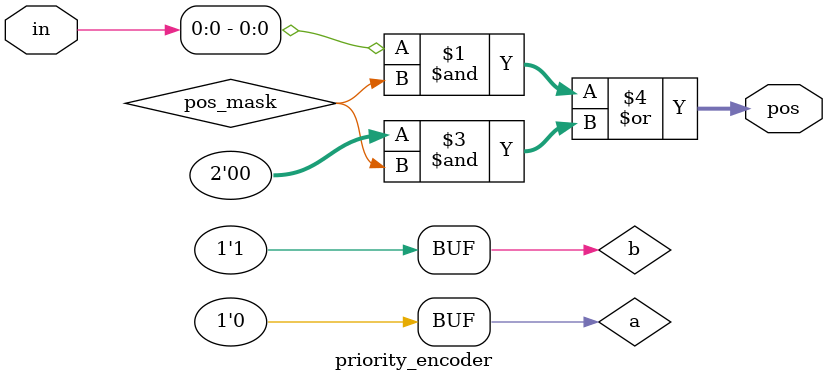
<source format=v>
module priority_encoder( 
input [2:0] in,
output reg [1:0] pos ); 
// When sel=1, assign b to out
// when sel=0, assign a to out
assign pos = ( in[0] & pos_mask ) | ( in[1] >> 1 & pos_mask );
assign b= 1;
assign a= 0;

endmodule

</source>
